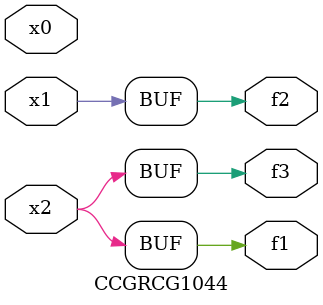
<source format=v>
module CCGRCG1044(
	input x0, x1, x2,
	output f1, f2, f3
);
	assign f1 = x2;
	assign f2 = x1;
	assign f3 = x2;
endmodule

</source>
